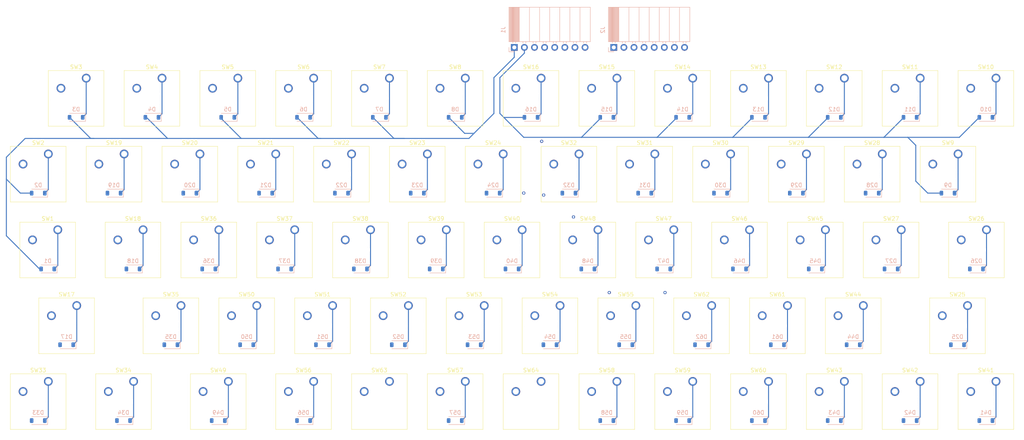
<source format=kicad_pcb>
(kicad_pcb (version 20221018) (generator pcbnew)

  (general
    (thickness 1.6)
  )

  (paper "A3")
  (layers
    (0 "F.Cu" signal)
    (31 "B.Cu" signal)
    (32 "B.Adhes" user "B.Adhesive")
    (33 "F.Adhes" user "F.Adhesive")
    (34 "B.Paste" user)
    (35 "F.Paste" user)
    (36 "B.SilkS" user "B.Silkscreen")
    (37 "F.SilkS" user "F.Silkscreen")
    (38 "B.Mask" user)
    (39 "F.Mask" user)
    (40 "Dwgs.User" user "User.Drawings")
    (41 "Cmts.User" user "User.Comments")
    (42 "Eco1.User" user "User.Eco1")
    (43 "Eco2.User" user "User.Eco2")
    (44 "Edge.Cuts" user)
    (45 "Margin" user)
    (46 "B.CrtYd" user "B.Courtyard")
    (47 "F.CrtYd" user "F.Courtyard")
    (48 "B.Fab" user)
    (49 "F.Fab" user)
    (50 "User.1" user)
    (51 "User.2" user)
    (52 "User.3" user)
    (53 "User.4" user)
    (54 "User.5" user)
    (55 "User.6" user)
    (56 "User.7" user)
    (57 "User.8" user)
    (58 "User.9" user)
  )

  (setup
    (pad_to_mask_clearance 0)
    (pcbplotparams
      (layerselection 0x00010fc_ffffffff)
      (plot_on_all_layers_selection 0x0000000_00000000)
      (disableapertmacros false)
      (usegerberextensions false)
      (usegerberattributes true)
      (usegerberadvancedattributes true)
      (creategerberjobfile true)
      (dashed_line_dash_ratio 12.000000)
      (dashed_line_gap_ratio 3.000000)
      (svgprecision 4)
      (plotframeref false)
      (viasonmask false)
      (mode 1)
      (useauxorigin false)
      (hpglpennumber 1)
      (hpglpenspeed 20)
      (hpglpendiameter 15.000000)
      (dxfpolygonmode true)
      (dxfimperialunits true)
      (dxfusepcbnewfont true)
      (psnegative false)
      (psa4output false)
      (plotreference true)
      (plotvalue true)
      (plotinvisibletext false)
      (sketchpadsonfab false)
      (subtractmaskfromsilk false)
      (outputformat 1)
      (mirror false)
      (drillshape 1)
      (scaleselection 1)
      (outputdirectory "")
    )
  )

  (net 0 "")
  (net 1 "Net-(D1-K)")
  (net 2 "Net-(D1-A)")
  (net 3 "Net-(D2-K)")
  (net 4 "Net-(D3-K)")
  (net 5 "Net-(D4-K)")
  (net 6 "Net-(D5-K)")
  (net 7 "Net-(D6-K)")
  (net 8 "Net-(D7-K)")
  (net 9 "Net-(D8-K)")
  (net 10 "Net-(D9-K)")
  (net 11 "Net-(D10-A)")
  (net 12 "Net-(D10-K)")
  (net 13 "Net-(D11-K)")
  (net 14 "Net-(D12-K)")
  (net 15 "Net-(D13-K)")
  (net 16 "Net-(D14-K)")
  (net 17 "Net-(D15-K)")
  (net 18 "Net-(D16-K)")
  (net 19 "Net-(D17-K)")
  (net 20 "Net-(D17-A)")
  (net 21 "Net-(D18-K)")
  (net 22 "Net-(D19-K)")
  (net 23 "Net-(D20-K)")
  (net 24 "Net-(D21-K)")
  (net 25 "Net-(D22-K)")
  (net 26 "Net-(D23-K)")
  (net 27 "Net-(D24-K)")
  (net 28 "Net-(D25-K)")
  (net 29 "Net-(D25-A)")
  (net 30 "Net-(D26-K)")
  (net 31 "Net-(D27-K)")
  (net 32 "Net-(D28-K)")
  (net 33 "Net-(D29-K)")
  (net 34 "Net-(D30-K)")
  (net 35 "Net-(D31-K)")
  (net 36 "Net-(D32-K)")
  (net 37 "Net-(D33-K)")
  (net 38 "Net-(D33-A)")
  (net 39 "Net-(D34-K)")
  (net 40 "Net-(D35-K)")
  (net 41 "Net-(D36-K)")
  (net 42 "Net-(D37-K)")
  (net 43 "Net-(D38-K)")
  (net 44 "Net-(D39-K)")
  (net 45 "Net-(D40-K)")
  (net 46 "Net-(D41-K)")
  (net 47 "Net-(D41-A)")
  (net 48 "Net-(D42-K)")
  (net 49 "Net-(D43-K)")
  (net 50 "Net-(D44-K)")
  (net 51 "Net-(D45-K)")
  (net 52 "Net-(D46-K)")
  (net 53 "Net-(D47-K)")
  (net 54 "Net-(D48-K)")
  (net 55 "Net-(D49-K)")
  (net 56 "Net-(D49-A)")
  (net 57 "Net-(D50-K)")
  (net 58 "Net-(D51-K)")
  (net 59 "Net-(D52-K)")
  (net 60 "Net-(D53-K)")
  (net 61 "Net-(D54-K)")
  (net 62 "Net-(D55-K)")
  (net 63 "Net-(D56-K)")
  (net 64 "Net-(D56-A)")
  (net 65 "Net-(D57-K)")
  (net 66 "Net-(D58-K)")
  (net 67 "Net-(D59-K)")
  (net 68 "Net-(D60-K)")
  (net 69 "Net-(D61-K)")
  (net 70 "Net-(D62-K)")
  (net 71 "Net-(J2-Pin_1)")
  (net 72 "Net-(J2-Pin_2)")
  (net 73 "Net-(J2-Pin_3)")
  (net 74 "Net-(J2-Pin_4)")
  (net 75 "Net-(J2-Pin_5)")
  (net 76 "Net-(J2-Pin_6)")
  (net 77 "Net-(J2-Pin_7)")
  (net 78 "Net-(J2-Pin_8)")
  (net 79 "unconnected-(SW63-Pad1)")
  (net 80 "unconnected-(SW63-Pad2)")
  (net 81 "unconnected-(SW64-Pad1)")
  (net 82 "unconnected-(SW64-Pad2)")

  (footprint "Button_Switch_Keyboard:SW_Cherry_MX_1.00u_PCB" (layer "F.Cu") (at 205.26375 197.32625))

  (footprint "Button_Switch_Keyboard:SW_Cherry_MX_1.25u_PCB" (layer "F.Cu") (at 140.97 197.32625))

  (footprint "Button_Switch_Keyboard:SW_Cherry_MX_1.00u_PCB" (layer "F.Cu") (at 333.85125 159.22625))

  (footprint "Button_Switch_Keyboard:SW_Cherry_MX_1.75u_PCB" (layer "F.Cu") (at 350.52 178.27625))

  (footprint "Button_Switch_Keyboard:SW_Cherry_MX_1.00u_PCB" (layer "F.Cu") (at 243.36375 197.32625))

  (footprint "Button_Switch_Keyboard:SW_Cherry_MX_1.00u_PCB" (layer "F.Cu") (at 229.07625 178.27625))

  (footprint "Button_Switch_Keyboard:SW_Cherry_MX_1.00u_PCB" (layer "F.Cu") (at 214.78875 140.17625))

  (footprint "Button_Switch_Keyboard:SW_Cherry_MX_1.00u_PCB" (layer "F.Cu") (at 157.63875 140.17625))

  (footprint "Button_Switch_Keyboard:SW_Cherry_MX_1.00u_PCB" (layer "F.Cu") (at 167.16375 121.12625))

  (footprint "Button_Switch_Keyboard:SW_Cherry_MX_1.00u_PCB" (layer "F.Cu") (at 276.70125 159.22625))

  (footprint "Button_Switch_Keyboard:SW_Cherry_MX_1.00u_PCB" (layer "F.Cu") (at 286.22625 178.27625))

  (footprint "Button_Switch_Keyboard:SW_Cherry_MX_1.00u_PCB" (layer "F.Cu") (at 262.41375 197.32625))

  (footprint "Button_Switch_Keyboard:SW_Cherry_MX_1.00u_PCB" (layer "F.Cu") (at 252.88875 140.17625))

  (footprint "Button_Switch_Keyboard:SW_Cherry_MX_1.75u_PCB" (layer "F.Cu") (at 126.6825 178.27625))

  (footprint "Button_Switch_Keyboard:SW_Cherry_MX_1.00u_PCB" (layer "F.Cu") (at 248.12625 178.27625))

  (footprint "Button_Switch_Keyboard:SW_Cherry_MX_1.00u_PCB" (layer "F.Cu") (at 181.45125 159.22625))

  (footprint "Button_Switch_Keyboard:SW_Cherry_MX_1.25u_PCB" (layer "F.Cu") (at 355.2825 159.22625))

  (footprint "Button_Switch_Keyboard:SW_Cherry_MX_1.00u_PCB" (layer "F.Cu") (at 310.03875 140.17625))

  (footprint "Button_Switch_Keyboard:SW_Cherry_MX_1.00u_PCB" (layer "F.Cu") (at 233.83875 140.17625))

  (footprint "Button_Switch_Keyboard:SW_Cherry_MX_1.00u_PCB" (layer "F.Cu") (at 324.32625 178.27625))

  (footprint "Button_Switch_Keyboard:SW_Cherry_MX_1.00u_PCB" (layer "F.Cu") (at 143.35125 159.22625))

  (footprint "Button_Switch_Keyboard:SW_Cherry_MX_1.00u_PCB" (layer "F.Cu") (at 238.60125 159.22625))

  (footprint "Button_Switch_Keyboard:SW_Cherry_MX_1.00u_PCB" (layer "F.Cu") (at 210.02625 178.27625))

  (footprint "Button_Switch_Keyboard:SW_Cherry_MX_1.00u_PCB" (layer "F.Cu") (at 171.92625 178.27625))

  (footprint "Button_Switch_Keyboard:SW_Cherry_MX_1.00u_PCB" (layer "F.Cu") (at 319.56375 121.12625))

  (footprint "Button_Switch_Keyboard:SW_Cherry_MX_1.00u_PCB" (layer "F.Cu") (at 186.21375 121.12625))

  (footprint "Button_Switch_Keyboard:SW_Cherry_MX_1.00u_PCB" (layer "F.Cu") (at 357.66375 197.32625))

  (footprint "Button_Switch_Keyboard:SW_Cherry_MX_1.00u_PCB" (layer "F.Cu") (at 224.31375 121.12625))

  (footprint "Button_Switch_Keyboard:SW_Cherry_MX_1.00u_PCB" (layer "F.Cu") (at 205.26375 121.12625))

  (footprint "Button_Switch_Keyboard:SW_Cherry_MX_1.00u_PCB" (layer "F.Cu") (at 119.53875 140.17625))

  (footprint "Button_Switch_Keyboard:SW_Cherry_MX_1.00u_PCB" (layer "F.Cu") (at 267.17625 178.27625))

  (footprint "Button_Switch_Keyboard:SW_Cherry_MX_1.00u_PCB" (layer "F.Cu") (at 290.98875 140.17625))

  (footprint "Button_Switch_Keyboard:SW_Cherry_MX_1.00u_PCB" (layer "F.Cu") (at 129.06375 121.12625))

  (footprint "Button_Switch_Keyboard:SW_Cherry_MX_1.00u_PCB" (layer "F.Cu") (at 319.56375 197.32625))

  (footprint "Button_Switch_Keyboard:SW_Cherry_MX_1.00u_PCB" (layer "F.Cu") (at 300.51375 197.32625))

  (footprint "Button_Switch_Keyboard:SW_Cherry_MX_1.00u_PCB" (layer "F.Cu") (at 271.93875 140.17625))

  (footprint "Button_Switch_Keyboard:SW_Cherry_MX_1.00u_PCB" (layer "F.Cu") (at 314.80125 159.22625))

  (footprint "Button_Switch_Keyboard:SW_Cherry_MX_1.00u_PCB" (layer "F.Cu") (at 348.13875 140.17625))

  (footprint "Button_Switch_Keyboard:SW_Cherry_MX_1.00u_PCB" (layer "F.Cu") (at 257.65125 159.22625))

  (footprint "Button_Switch_Keyboard:SW_Cherry_MX_1.00u_PCB" (layer "F.Cu") (at 300.51375 121.12625))

  (footprint "Button_Switch_Keyboard:SW_Cherry_MX_1.00u_PCB" (layer "F.Cu") (at 186.21375 197.32625))

  (footprint "Button_Switch_Keyboard:SW_Cherry_MX_1.25u_PCB" (layer "F.Cu")
    (tstamp a18bf5f9-e788-40ba-a91b-8b2efda1b6be)
    (at 121.92 159.22625)
    (descr "Cherry MX keyswitch, 1.25u, PCB mount, http://cherryamericas.com/wp-content/uploads/2014/12/mx_cat.pdf")
    (tags "Cherry MX keyswitch 1.25u PCB")
    (property "Sheetfile" "xantronix-z32.kicad_sch")
    (property "Sheetname" "")
    (property "ki_description" "Push button switch, generic, two pins")
    (property "ki_keywords" "switch normally-open pushbutton push-button")
    (path "/e76b9ee1-537d-4bb2-9fff-78ac2d601e07")
    (attr through_hole)
    (fp_text reference "SW1" (at -2.54 -2.794) (layer "F.SilkS")
        (effects (font (size 1 1) (thickness 0.15)))
      (tstamp 988b5319-14e2-4359-ac6a-47497a8c684a)
    )
    (fp_text value "SW_Push" (at -2.54 12.954) (layer "F.Fab")
        (effects (font (size 1 1) (thickness 0.15)))
      (tstamp c92f2bee-9db2-41b7-b81e-c0d25e6d89fc)
    )
    (fp_text user "${REFERENCE}" (at -2.54 -2.794) (layer "F.Fab")
        (effects (font (size 1 1) (thickness 0.15)))
      (tstamp 96fcb291-c433-4814-a3cf-a51eefbe09fd)
    )
    (fp_line (start -9.525 -1.905) (end 4.445 -1.905)
      (stroke (width 0.12) (type solid)) (layer "F.SilkS") (tstamp ea20c24e-61ef-41f6-88e3-7b6c070ddc32))
    (fp_line (start -9.525 12.065) (end -9.525 -1.905)
      (stroke (width 0.12) (type solid)) (layer "F.SilkS") (tstamp 5fa4a84d-75ae-4d2d-ad9e-48ce7698578c))
    (fp_line (start 4.445 -1.905) (end 4.445 12.065)
      (stroke (width 0.12) (type solid)) (layer "F.SilkS") (tstamp 66253bf2-e5b4-427d-8b4a-3b8b468bbcec))
    (fp_line (start 4.445 12.065) (end -9.525 12.065)
      (stroke (width 0.12) (type solid)) (layer "F.SilkS") (tstamp 9312d933-0465-43c2-a620-93c215eef9e7))
    (fp_line (start -14.44625 -4.445) (end 9.36625 -4.445)
      (stroke (width 0.15) (type solid)) (layer "Dwgs.User") (tstamp 7d01491d-09be-4a67-bcf0-116981247fee))
    (fp_line (start -14.44625 14.605) (end -14.44625 -4.445)
      (stroke (width 0.15) (type solid)) (layer "Dwgs.User") (tstamp e12cde89-d355-4d0b-9b41-59df053b810f))
    (fp_line (start 9.36625 -4.445) (end 9.36625 14.605)
      (stroke (width 0.15) (type solid)) (layer "Dwgs.User") (tstamp fff3cb0e-84d3-452d-b8d2-cb9899878e97))
    (fp_line (start 9.36625 14.605) (end -14.44625 14.605)
      (stroke (width 0.15) (type solid)) (layer "Dwgs.User") (tstamp 83232cba-482f-4edd
... [436822 chars truncated]
</source>
